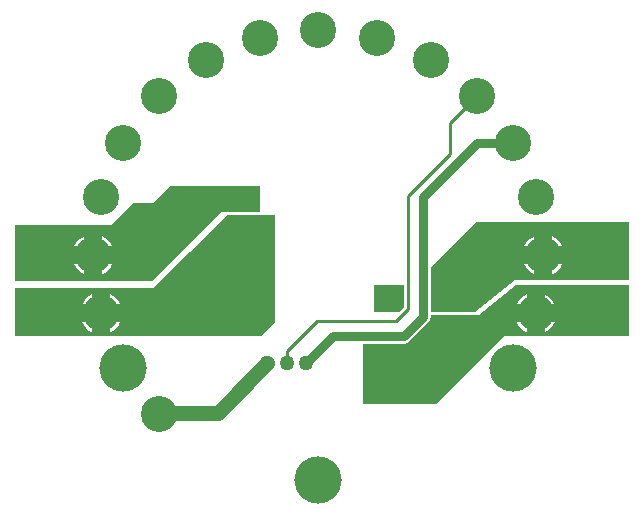
<source format=gbr>
%TF.GenerationSoftware,Altium Limited,Altium Designer,18.1.9 (240)*%
G04 Layer_Physical_Order=1*
G04 Layer_Color=255*
%FSLAX26Y26*%
%MOIN*%
%TF.FileFunction,Copper,L1,Top,Signal*%
%TF.Part,Single*%
G01*
G75*
%TA.AperFunction,SMDPad,CuDef*%
%ADD10C,0.120000*%
%TA.AperFunction,Conductor*%
%ADD11C,0.030000*%
%ADD12C,0.010000*%
%ADD13C,0.050000*%
%TA.AperFunction,ComponentPad*%
%ADD14C,0.120000*%
%TA.AperFunction,ViaPad*%
%ADD15C,0.050000*%
%ADD16C,0.157480*%
G36*
X-194000Y145196D02*
X-300000D01*
X-300986Y145000D01*
X-325000D01*
X-555000Y-85000D01*
X-1010000D01*
Y100000D01*
X-690000D01*
X-615000Y175000D01*
X-550000D01*
X-495000Y230000D01*
X-194000D01*
Y145196D01*
D02*
G37*
G36*
X-145000Y-225000D02*
X-190945Y-270945D01*
X-1010000D01*
Y-110000D01*
X-550000D01*
X-300000Y135000D01*
X-145000D01*
Y-225000D01*
D02*
G37*
G36*
X1035000Y-84528D02*
X655000D01*
X523772Y-189804D01*
X375490D01*
Y-158284D01*
Y-39038D01*
X525000Y110472D01*
X1035000D01*
Y-84528D01*
D02*
G37*
G36*
X284706Y-173665D02*
X268371Y-190000D01*
X185000D01*
Y-99528D01*
X284706D01*
Y-173665D01*
D02*
G37*
G36*
X1035000Y-270945D02*
X619055Y-270945D01*
X395000Y-495000D01*
X150000D01*
Y-295490D01*
X285000D01*
X294755Y-293550D01*
X303024Y-288024D01*
X368024Y-223024D01*
X373550Y-214755D01*
X375490Y-205000D01*
Y-200000D01*
X535000D01*
X657222Y-100000D01*
X1035000D01*
Y-270945D01*
D02*
G37*
%LPC*%
G36*
X-720000Y63337D02*
Y30000D01*
X-686663D01*
X-691515Y39078D01*
X-700263Y49737D01*
X-710922Y58484D01*
X-720000Y63337D01*
D02*
G37*
G36*
X-780000D02*
X-789078Y58484D01*
X-799737Y49737D01*
X-808485Y39078D01*
X-813337Y30000D01*
X-780000D01*
Y63337D01*
D02*
G37*
G36*
X-686663Y-30000D02*
X-720000D01*
Y-63337D01*
X-710922Y-58484D01*
X-700263Y-49737D01*
X-691515Y-39078D01*
X-686663Y-30000D01*
D02*
G37*
G36*
X-780000D02*
X-813337D01*
X-808485Y-39078D01*
X-799737Y-49737D01*
X-789078Y-58484D01*
X-780000Y-63337D01*
Y-30000D01*
D02*
G37*
G36*
X-694000Y-130663D02*
Y-164000D01*
X-660663D01*
X-665515Y-154922D01*
X-674263Y-144263D01*
X-684922Y-135516D01*
X-694000Y-130663D01*
D02*
G37*
G36*
X-754000D02*
X-763078Y-135516D01*
X-773737Y-144263D01*
X-782485Y-154922D01*
X-787337Y-164000D01*
X-754000D01*
Y-130663D01*
D02*
G37*
G36*
X-660663Y-224000D02*
X-694000D01*
Y-257337D01*
X-684922Y-252484D01*
X-674263Y-243737D01*
X-665515Y-233078D01*
X-660663Y-224000D01*
D02*
G37*
G36*
X-754000D02*
X-787337D01*
X-782485Y-233078D01*
X-773737Y-243737D01*
X-763078Y-252484D01*
X-754000Y-257337D01*
Y-224000D01*
D02*
G37*
G36*
X780000Y63337D02*
Y30000D01*
X813337D01*
X808485Y39078D01*
X799737Y49737D01*
X789078Y58484D01*
X780000Y63337D01*
D02*
G37*
G36*
X720000D02*
X710922Y58484D01*
X700263Y49737D01*
X691515Y39078D01*
X686663Y30000D01*
X720000D01*
Y63337D01*
D02*
G37*
G36*
X813337Y-30000D02*
X780000D01*
Y-63337D01*
X789078Y-58484D01*
X799737Y-49737D01*
X808485Y-39078D01*
X813337Y-30000D01*
D02*
G37*
G36*
X720000D02*
X686663D01*
X691515Y-39078D01*
X700263Y-49737D01*
X710922Y-58484D01*
X720000Y-63337D01*
Y-30000D01*
D02*
G37*
G36*
X754000Y-130663D02*
Y-164000D01*
X787337D01*
X782485Y-154922D01*
X773737Y-144263D01*
X763078Y-135516D01*
X754000Y-130663D01*
D02*
G37*
G36*
X694000D02*
X684922Y-135516D01*
X674263Y-144263D01*
X665515Y-154922D01*
X660663Y-164000D01*
X694000D01*
Y-130663D01*
D02*
G37*
G36*
X787337Y-224000D02*
X754000D01*
Y-257337D01*
X763078Y-252484D01*
X773737Y-243737D01*
X782485Y-233078D01*
X787337Y-224000D01*
D02*
G37*
G36*
X694000D02*
X660663D01*
X665515Y-233078D01*
X674263Y-243737D01*
X684922Y-252484D01*
X694000Y-257337D01*
Y-224000D01*
D02*
G37*
%LPD*%
D10*
X-530000Y-530000D02*
D03*
D11*
X350000Y-205000D02*
Y-158284D01*
X285000Y-270000D02*
X350000Y-205000D01*
X50000Y-270000D02*
X285000D01*
X-10000Y-330000D02*
X50000Y-270000D01*
X350000Y-158284D02*
Y195000D01*
X-40000Y-360000D02*
X-10000Y-330000D01*
X530000Y375000D02*
X650000D01*
X350000Y195000D02*
X530000Y375000D01*
D12*
X-105000Y-320000D02*
X-5000Y-220000D01*
X-105000Y-360000D02*
Y-320000D01*
X-5000Y-220000D02*
X260000D01*
X300000Y-180000D01*
Y198284D01*
X440000Y338284D01*
Y440000D01*
X530000Y530000D01*
X-530000Y-530000D02*
X-525000Y-525000D01*
D13*
X-335000D01*
X-170000Y-360000D01*
D14*
X724000Y194000D02*
D03*
X-724000Y-194000D02*
D03*
X750000Y0D02*
D03*
X-750000D02*
D03*
X724000Y-194000D02*
D03*
X375000Y649500D02*
D03*
X194000Y724000D02*
D03*
X0Y750000D02*
D03*
X-194000Y724000D02*
D03*
X-375000Y649500D02*
D03*
X-530000Y530000D02*
D03*
X-649500Y375000D02*
D03*
X-724000Y194000D02*
D03*
X530000Y530000D02*
D03*
X650000Y375000D02*
D03*
D15*
X-170000Y-360000D02*
D03*
X-105000D02*
D03*
X-40000D02*
D03*
D16*
X0Y-750000D02*
D03*
X650000Y-375000D02*
D03*
X-649500D02*
D03*
%TF.MD5,2effbd3b12e2896f13a647f725571bd4*%
M02*

</source>
